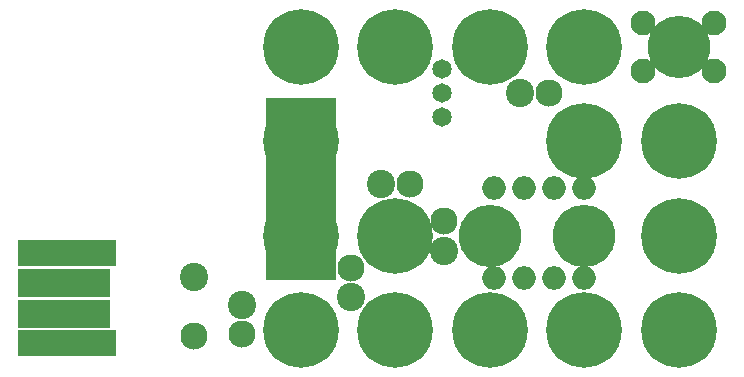
<source format=gts>
G04 #@! TF.FileFunction,Soldermask,Top*
%FSLAX46Y46*%
G04 Gerber Fmt 4.6, Leading zero omitted, Abs format (unit mm)*
G04 Created by KiCad (PCBNEW 4.0.1-3.201512221402+6198~38~ubuntu14.04.1-stable) date Fri 04 Mar 2016 09:41:15 PM PST*
%MOMM*%
G01*
G04 APERTURE LIST*
%ADD10C,0.100000*%
%ADD11C,2.100000*%
%ADD12C,5.280000*%
%ADD13C,6.400000*%
%ADD14O,2.000000X2.000000*%
%ADD15R,5.960000X15.400000*%
%ADD16C,2.400000*%
%ADD17C,2.300000*%
%ADD18R,8.400000X2.300000*%
%ADD19R,7.900000X2.400000*%
%ADD20C,1.650000*%
G04 APERTURE END LIST*
D10*
D11*
X150993400Y-96014200D03*
X144993400Y-96014200D03*
X150993400Y-92014200D03*
X144993400Y-92014200D03*
D12*
X148000000Y-94000000D03*
D13*
X140000000Y-94000000D03*
X148000000Y-102000000D03*
X148000000Y-110000000D03*
D14*
X140000000Y-106000000D03*
X137460000Y-106000000D03*
X134920000Y-106000000D03*
X132380000Y-106000000D03*
X132380000Y-113620000D03*
X134920000Y-113620000D03*
X137460000Y-113620000D03*
X140000000Y-113620000D03*
D12*
X140000000Y-110000000D03*
X132000000Y-110000000D03*
D13*
X116000000Y-102000000D03*
X116000000Y-110000000D03*
X116000000Y-118000000D03*
X116000000Y-94000000D03*
D15*
X116000000Y-106068000D03*
D16*
X111000000Y-115840000D03*
D17*
X111000000Y-118340000D03*
D13*
X140000000Y-102000000D03*
D18*
X96250000Y-111490000D03*
X96250000Y-119110000D03*
D19*
X96000000Y-116600000D03*
X96000000Y-114000000D03*
D13*
X124000000Y-118000000D03*
X132000000Y-118000000D03*
X140000000Y-118000000D03*
D16*
X107000000Y-113500000D03*
D17*
X107000000Y-118500000D03*
D16*
X134570000Y-97940000D03*
D17*
X137070000Y-97940000D03*
D16*
X120300000Y-115205000D03*
D17*
X120300000Y-112705000D03*
D16*
X122795000Y-105650000D03*
D17*
X125295000Y-105650000D03*
D16*
X128175000Y-111255000D03*
D17*
X128175000Y-108755000D03*
D13*
X148000000Y-118000000D03*
X124000000Y-110000000D03*
X132000000Y-94000000D03*
D20*
X127950000Y-97925000D03*
X127950000Y-95925000D03*
X127950000Y-99925000D03*
D13*
X124000000Y-94000000D03*
M02*

</source>
